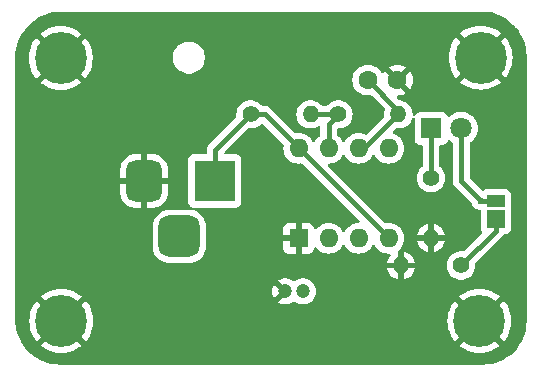
<source format=gbr>
%TF.GenerationSoftware,KiCad,Pcbnew,8.0.5*%
%TF.CreationDate,2025-01-05T00:34:36+01:00*%
%TF.ProjectId,my_Project1,6d795f50-726f-46a6-9563-74312e6b6963,rev?*%
%TF.SameCoordinates,Original*%
%TF.FileFunction,Copper,L1,Top*%
%TF.FilePolarity,Positive*%
%FSLAX46Y46*%
G04 Gerber Fmt 4.6, Leading zero omitted, Abs format (unit mm)*
G04 Created by KiCad (PCBNEW 8.0.5) date 2025-01-05 00:34:36*
%MOMM*%
%LPD*%
G01*
G04 APERTURE LIST*
G04 Aperture macros list*
%AMRoundRect*
0 Rectangle with rounded corners*
0 $1 Rounding radius*
0 $2 $3 $4 $5 $6 $7 $8 $9 X,Y pos of 4 corners*
0 Add a 4 corners polygon primitive as box body*
4,1,4,$2,$3,$4,$5,$6,$7,$8,$9,$2,$3,0*
0 Add four circle primitives for the rounded corners*
1,1,$1+$1,$2,$3*
1,1,$1+$1,$4,$5*
1,1,$1+$1,$6,$7*
1,1,$1+$1,$8,$9*
0 Add four rect primitives between the rounded corners*
20,1,$1+$1,$2,$3,$4,$5,0*
20,1,$1+$1,$4,$5,$6,$7,0*
20,1,$1+$1,$6,$7,$8,$9,0*
20,1,$1+$1,$8,$9,$2,$3,0*%
G04 Aperture macros list end*
%TA.AperFunction,SMDPad,CuDef*%
%ADD10R,1.500000X1.500000*%
%TD*%
%TA.AperFunction,SMDPad,CuDef*%
%ADD11R,1.500000X1.000000*%
%TD*%
%TA.AperFunction,ComponentPad*%
%ADD12R,1.600000X1.600000*%
%TD*%
%TA.AperFunction,ComponentPad*%
%ADD13O,1.600000X1.600000*%
%TD*%
%TA.AperFunction,ComponentPad*%
%ADD14C,1.400000*%
%TD*%
%TA.AperFunction,ComponentPad*%
%ADD15O,1.400000X1.400000*%
%TD*%
%TA.AperFunction,ComponentPad*%
%ADD16R,3.500000X3.500000*%
%TD*%
%TA.AperFunction,ComponentPad*%
%ADD17RoundRect,0.750000X-0.750000X-1.000000X0.750000X-1.000000X0.750000X1.000000X-0.750000X1.000000X0*%
%TD*%
%TA.AperFunction,ComponentPad*%
%ADD18RoundRect,0.875000X-0.875000X-0.875000X0.875000X-0.875000X0.875000X0.875000X-0.875000X0.875000X0*%
%TD*%
%TA.AperFunction,ComponentPad*%
%ADD19C,0.700000*%
%TD*%
%TA.AperFunction,ComponentPad*%
%ADD20C,4.400000*%
%TD*%
%TA.AperFunction,ComponentPad*%
%ADD21R,1.800000X1.800000*%
%TD*%
%TA.AperFunction,ComponentPad*%
%ADD22C,1.800000*%
%TD*%
%TA.AperFunction,ComponentPad*%
%ADD23C,1.200000*%
%TD*%
%TA.AperFunction,ComponentPad*%
%ADD24C,1.600000*%
%TD*%
%TA.AperFunction,ViaPad*%
%ADD25C,0.600000*%
%TD*%
%TA.AperFunction,Conductor*%
%ADD26C,0.400000*%
%TD*%
G04 APERTURE END LIST*
D10*
%TO.P,Ext-LED,1,A*%
%TO.N,Net-(JP1-A)*%
X99300000Y-81400000D03*
D11*
%TO.P,Ext-LED,2,B*%
%TO.N,OUT*%
X99300000Y-79850000D03*
%TD*%
D12*
%TO.P,U1,1,GND*%
%TO.N,GND*%
X82600000Y-83000000D03*
D13*
%TO.P,U1,2,TR*%
%TO.N,TR*%
X85140000Y-83000000D03*
%TO.P,U1,3,Q*%
%TO.N,OUT*%
X87680000Y-83000000D03*
%TO.P,U1,4,R*%
%TO.N,VDD*%
X90220000Y-83000000D03*
%TO.P,U1,5,CV*%
%TO.N,Net-(U1-CV)*%
X90220000Y-75380000D03*
%TO.P,U1,6,THR*%
%TO.N,TR*%
X87680000Y-75380000D03*
%TO.P,U1,7,DIS*%
%TO.N,Net-(U1-DIS)*%
X85140000Y-75380000D03*
%TO.P,U1,8,VCC*%
%TO.N,VDD*%
X82600000Y-75380000D03*
%TD*%
D14*
%TO.P,R4,1*%
%TO.N,Net-(JP1-A)*%
X96340000Y-85300000D03*
D15*
%TO.P,R4,2*%
%TO.N,GND*%
X91260000Y-85300000D03*
%TD*%
D14*
%TO.P,R3,1*%
%TO.N,Net-(D1-K)*%
X93800000Y-77900000D03*
D15*
%TO.P,R3,2*%
%TO.N,GND*%
X93800000Y-82980000D03*
%TD*%
D14*
%TO.P,R2,1*%
%TO.N,VDD*%
X78520000Y-72500000D03*
D15*
%TO.P,R2,2*%
%TO.N,Net-(U1-DIS)*%
X83600000Y-72500000D03*
%TD*%
D14*
%TO.P,R1,1*%
%TO.N,Net-(U1-DIS)*%
X85960000Y-72500000D03*
D15*
%TO.P,R1,2*%
%TO.N,TR*%
X91040000Y-72500000D03*
%TD*%
D16*
%TO.P,J1,1*%
%TO.N,VDD*%
X75500000Y-78142500D03*
D17*
%TO.P,J1,2*%
%TO.N,GND*%
X69500000Y-78142500D03*
D18*
%TO.P,J1,3*%
%TO.N,N/C*%
X72500000Y-82842500D03*
%TD*%
D19*
%TO.P,H4,1,1*%
%TO.N,GND*%
X96250000Y-90000000D03*
X96733274Y-88833274D03*
X96733274Y-91166726D03*
X97900000Y-88350000D03*
D20*
X97900000Y-90000000D03*
D19*
X97900000Y-91650000D03*
X99066726Y-88833274D03*
X99066726Y-91166726D03*
X99550000Y-90000000D03*
%TD*%
%TO.P,H3,1,1*%
%TO.N,GND*%
X96350000Y-67700000D03*
X96833274Y-66533274D03*
X96833274Y-68866726D03*
X98000000Y-66050000D03*
D20*
X98000000Y-67700000D03*
D19*
X98000000Y-69350000D03*
X99166726Y-66533274D03*
X99166726Y-68866726D03*
X99650000Y-67700000D03*
%TD*%
%TO.P,H2,1,1*%
%TO.N,GND*%
X60850000Y-90000000D03*
X61333274Y-88833274D03*
X61333274Y-91166726D03*
X62500000Y-88350000D03*
D20*
X62500000Y-90000000D03*
D19*
X62500000Y-91650000D03*
X63666726Y-88833274D03*
X63666726Y-91166726D03*
X64150000Y-90000000D03*
%TD*%
%TO.P,H1,1,1*%
%TO.N,GND*%
X60800000Y-67750000D03*
X61283274Y-66583274D03*
X61283274Y-68916726D03*
X62450000Y-66100000D03*
D20*
X62450000Y-67750000D03*
D19*
X62450000Y-69400000D03*
X63616726Y-66583274D03*
X63616726Y-68916726D03*
X64100000Y-67750000D03*
%TD*%
D21*
%TO.P,LED,1,K*%
%TO.N,Net-(D1-K)*%
X93825000Y-73700000D03*
D22*
%TO.P,LED,2,A*%
%TO.N,OUT*%
X96365000Y-73700000D03*
%TD*%
D23*
%TO.P,C2,1*%
%TO.N,GND*%
X81450000Y-87500000D03*
%TO.P,C2,2*%
%TO.N,Net-(U1-CV)*%
X82950000Y-87500000D03*
%TD*%
D24*
%TO.P,C1,1*%
%TO.N,TR*%
X88450000Y-69600000D03*
%TO.P,C1,2*%
%TO.N,GND*%
X90950000Y-69600000D03*
%TD*%
D25*
%TO.N,OUT*%
X98000000Y-79800000D03*
%TD*%
D26*
%TO.N,Net-(U1-DIS)*%
X83600000Y-72500000D02*
X85960000Y-72500000D01*
X85140000Y-73320000D02*
X85960000Y-72500000D01*
X85140000Y-75380000D02*
X85140000Y-73320000D01*
%TO.N,TR*%
X91040000Y-72190000D02*
X88450000Y-69600000D01*
X91040000Y-72500000D02*
X91040000Y-72190000D01*
X88160000Y-75380000D02*
X87680000Y-75380000D01*
X91040000Y-72500000D02*
X88160000Y-75380000D01*
%TO.N,Net-(D1-K)*%
X93800000Y-73725000D02*
X93825000Y-73700000D01*
X93800000Y-77900000D02*
X93800000Y-73725000D01*
%TO.N,OUT*%
X96365000Y-78165000D02*
X98000000Y-79800000D01*
X96365000Y-73700000D02*
X96365000Y-78165000D01*
%TO.N,Net-(JP1-A)*%
X99300000Y-82340000D02*
X99300000Y-81400000D01*
X96340000Y-85300000D02*
X99300000Y-82340000D01*
%TO.N,OUT*%
X99250000Y-79800000D02*
X99300000Y-79850000D01*
X98000000Y-79800000D02*
X99250000Y-79800000D01*
%TO.N,VDD*%
X90220000Y-83000000D02*
X82600000Y-75380000D01*
X79720000Y-72500000D02*
X82600000Y-75380000D01*
X78520000Y-72500000D02*
X79720000Y-72500000D01*
X75500000Y-75520000D02*
X78520000Y-72500000D01*
X75500000Y-78142500D02*
X75500000Y-75520000D01*
%TD*%
%TA.AperFunction,Conductor*%
%TO.N,GND*%
G36*
X98103032Y-63800649D02*
G01*
X98167797Y-63803830D01*
X98466338Y-63818497D01*
X98478440Y-63819689D01*
X98835230Y-63872613D01*
X98847140Y-63874982D01*
X99197046Y-63962629D01*
X99208663Y-63966154D01*
X99548275Y-64087669D01*
X99559497Y-64092317D01*
X99885582Y-64246543D01*
X99896290Y-64252267D01*
X100205659Y-64437696D01*
X100215777Y-64444456D01*
X100505488Y-64659321D01*
X100514894Y-64667041D01*
X100782146Y-64909264D01*
X100790735Y-64917853D01*
X100927609Y-65068870D01*
X101032958Y-65185105D01*
X101040678Y-65194511D01*
X101255543Y-65484222D01*
X101262303Y-65494340D01*
X101368474Y-65671476D01*
X101447725Y-65803697D01*
X101453460Y-65814425D01*
X101520816Y-65956837D01*
X101607679Y-66140495D01*
X101612334Y-66151734D01*
X101718498Y-66448443D01*
X101733840Y-66491319D01*
X101737373Y-66502964D01*
X101825014Y-66852846D01*
X101827388Y-66864782D01*
X101880309Y-67221555D01*
X101881502Y-67233664D01*
X101899351Y-67596967D01*
X101899500Y-67603052D01*
X101899500Y-89996948D01*
X101899351Y-90003033D01*
X101881984Y-90356531D01*
X101880791Y-90368640D01*
X101829308Y-90715712D01*
X101826934Y-90727648D01*
X101741680Y-91068001D01*
X101738147Y-91079646D01*
X101619945Y-91409996D01*
X101615289Y-91421237D01*
X101465270Y-91738429D01*
X101459533Y-91749162D01*
X101279156Y-92050102D01*
X101272396Y-92060220D01*
X101063377Y-92342049D01*
X101055657Y-92351455D01*
X100820033Y-92611428D01*
X100811428Y-92620033D01*
X100551455Y-92855657D01*
X100542049Y-92863377D01*
X100260220Y-93072396D01*
X100250102Y-93079156D01*
X99949162Y-93259533D01*
X99938429Y-93265270D01*
X99621237Y-93415289D01*
X99609996Y-93419945D01*
X99279646Y-93538147D01*
X99268001Y-93541680D01*
X98927648Y-93626934D01*
X98915712Y-93629308D01*
X98568640Y-93680791D01*
X98556531Y-93681984D01*
X98223016Y-93698369D01*
X98203031Y-93699351D01*
X98196949Y-93699500D01*
X62379398Y-93699500D01*
X62373314Y-93699351D01*
X62353409Y-93698373D01*
X62033552Y-93682659D01*
X62021442Y-93681466D01*
X61664551Y-93628526D01*
X61652617Y-93626152D01*
X61302630Y-93538485D01*
X61290985Y-93534953D01*
X60951280Y-93413404D01*
X60940051Y-93408753D01*
X60636680Y-93265270D01*
X60613877Y-93254485D01*
X60603154Y-93248752D01*
X60293694Y-93063269D01*
X60283576Y-93056509D01*
X59993774Y-92841576D01*
X59984368Y-92833856D01*
X59937931Y-92791768D01*
X59717031Y-92591557D01*
X59708442Y-92582968D01*
X59466143Y-92315631D01*
X59458423Y-92306225D01*
X59243490Y-92016423D01*
X59236730Y-92006305D01*
X59082604Y-91749162D01*
X59051242Y-91696838D01*
X59045518Y-91686130D01*
X58891243Y-91359942D01*
X58886599Y-91348729D01*
X58765041Y-91008999D01*
X58761514Y-90997369D01*
X58673847Y-90647382D01*
X58671473Y-90635448D01*
X58639848Y-90422253D01*
X58618532Y-90278556D01*
X58617340Y-90266446D01*
X58604251Y-90000000D01*
X59795065Y-90000000D01*
X59814786Y-90326038D01*
X59873667Y-90647341D01*
X59970835Y-90959164D01*
X59970839Y-90959175D01*
X60104897Y-91257041D01*
X60104898Y-91257043D01*
X60273881Y-91536576D01*
X60421476Y-91724968D01*
X61563708Y-90582736D01*
X61660967Y-90716602D01*
X61783398Y-90839033D01*
X61917262Y-90936290D01*
X60775030Y-92078522D01*
X60775030Y-92078523D01*
X60963423Y-92226118D01*
X61242956Y-92395101D01*
X61242958Y-92395102D01*
X61540824Y-92529160D01*
X61540835Y-92529164D01*
X61852658Y-92626332D01*
X62173961Y-92685213D01*
X62500000Y-92704934D01*
X62826038Y-92685213D01*
X63147341Y-92626332D01*
X63459164Y-92529164D01*
X63459175Y-92529160D01*
X63757041Y-92395102D01*
X63757043Y-92395101D01*
X64036586Y-92226112D01*
X64224968Y-92078523D01*
X64224968Y-92078522D01*
X63082737Y-90936290D01*
X63216602Y-90839033D01*
X63339033Y-90716602D01*
X63436290Y-90582737D01*
X64578522Y-91724968D01*
X64578523Y-91724968D01*
X64726112Y-91536586D01*
X64895101Y-91257043D01*
X64895102Y-91257041D01*
X65029160Y-90959175D01*
X65029164Y-90959164D01*
X65126332Y-90647341D01*
X65185213Y-90326038D01*
X65204934Y-90000000D01*
X95195065Y-90000000D01*
X95214786Y-90326038D01*
X95273667Y-90647341D01*
X95370835Y-90959164D01*
X95370839Y-90959175D01*
X95504897Y-91257041D01*
X95504898Y-91257043D01*
X95673881Y-91536576D01*
X95821476Y-91724968D01*
X96963708Y-90582736D01*
X97060967Y-90716602D01*
X97183398Y-90839033D01*
X97317262Y-90936290D01*
X96175030Y-92078522D01*
X96175030Y-92078523D01*
X96363423Y-92226118D01*
X96642956Y-92395101D01*
X96642958Y-92395102D01*
X96940824Y-92529160D01*
X96940835Y-92529164D01*
X97252658Y-92626332D01*
X97573961Y-92685213D01*
X97900000Y-92704934D01*
X98226038Y-92685213D01*
X98547341Y-92626332D01*
X98859164Y-92529164D01*
X98859175Y-92529160D01*
X99157041Y-92395102D01*
X99157043Y-92395101D01*
X99436586Y-92226112D01*
X99624968Y-92078523D01*
X99624968Y-92078522D01*
X98482737Y-90936290D01*
X98616602Y-90839033D01*
X98739033Y-90716602D01*
X98836290Y-90582737D01*
X99978522Y-91724968D01*
X99978523Y-91724968D01*
X100126112Y-91536586D01*
X100295101Y-91257043D01*
X100295102Y-91257041D01*
X100429160Y-90959175D01*
X100429164Y-90959164D01*
X100526332Y-90647341D01*
X100585213Y-90326038D01*
X100604934Y-90000000D01*
X100585213Y-89673961D01*
X100526332Y-89352658D01*
X100429164Y-89040835D01*
X100429160Y-89040824D01*
X100295102Y-88742958D01*
X100295101Y-88742956D01*
X100126118Y-88463423D01*
X99978522Y-88275030D01*
X98836290Y-89417262D01*
X98739033Y-89283398D01*
X98616602Y-89160967D01*
X98482736Y-89063709D01*
X99624968Y-87921476D01*
X99436576Y-87773881D01*
X99157043Y-87604898D01*
X99157041Y-87604897D01*
X98859175Y-87470839D01*
X98859164Y-87470835D01*
X98547341Y-87373667D01*
X98226038Y-87314786D01*
X97900000Y-87295065D01*
X97573961Y-87314786D01*
X97252658Y-87373667D01*
X96940835Y-87470835D01*
X96940824Y-87470839D01*
X96642958Y-87604897D01*
X96642956Y-87604898D01*
X96363422Y-87773881D01*
X96363416Y-87773886D01*
X96175030Y-87921474D01*
X96175029Y-87921476D01*
X97317262Y-89063709D01*
X97183398Y-89160967D01*
X97060967Y-89283398D01*
X96963709Y-89417262D01*
X95821476Y-88275029D01*
X95821474Y-88275030D01*
X95673886Y-88463416D01*
X95673881Y-88463422D01*
X95504898Y-88742956D01*
X95504897Y-88742958D01*
X95370839Y-89040824D01*
X95370835Y-89040835D01*
X95273667Y-89352658D01*
X95214786Y-89673961D01*
X95195065Y-90000000D01*
X65204934Y-90000000D01*
X65185213Y-89673961D01*
X65126332Y-89352658D01*
X65029164Y-89040835D01*
X65029160Y-89040824D01*
X64895102Y-88742958D01*
X64895101Y-88742956D01*
X64726118Y-88463423D01*
X64578522Y-88275030D01*
X63436290Y-89417262D01*
X63339033Y-89283398D01*
X63216602Y-89160967D01*
X63082736Y-89063709D01*
X64224968Y-87921476D01*
X64036576Y-87773881D01*
X63757043Y-87604898D01*
X63757041Y-87604897D01*
X63523966Y-87499999D01*
X80345287Y-87499999D01*
X80345287Y-87500000D01*
X80364096Y-87702989D01*
X80364097Y-87702992D01*
X80419883Y-87899063D01*
X80419886Y-87899069D01*
X80510751Y-88081551D01*
X80512533Y-88083911D01*
X81096446Y-87500000D01*
X80512533Y-86916087D01*
X80510755Y-86918442D01*
X80510754Y-86918443D01*
X80419886Y-87100930D01*
X80419883Y-87100936D01*
X80364097Y-87297007D01*
X80364096Y-87297010D01*
X80345287Y-87499999D01*
X63523966Y-87499999D01*
X63459175Y-87470839D01*
X63459164Y-87470835D01*
X63147341Y-87373667D01*
X62826038Y-87314786D01*
X62500000Y-87295065D01*
X62173961Y-87314786D01*
X61852658Y-87373667D01*
X61540835Y-87470835D01*
X61540824Y-87470839D01*
X61242958Y-87604897D01*
X61242956Y-87604898D01*
X60963422Y-87773881D01*
X60963416Y-87773886D01*
X60775030Y-87921474D01*
X60775029Y-87921476D01*
X61917262Y-89063709D01*
X61783398Y-89160967D01*
X61660967Y-89283398D01*
X61563709Y-89417262D01*
X60421476Y-88275029D01*
X60421474Y-88275030D01*
X60273886Y-88463416D01*
X60273881Y-88463422D01*
X60104898Y-88742956D01*
X60104897Y-88742958D01*
X59970839Y-89040824D01*
X59970835Y-89040835D01*
X59873667Y-89352658D01*
X59814786Y-89673961D01*
X59795065Y-90000000D01*
X58604251Y-90000000D01*
X58600649Y-89926686D01*
X58600500Y-89920602D01*
X58600500Y-86565758D01*
X80869311Y-86565758D01*
X81508698Y-87205145D01*
X81489496Y-87200000D01*
X81410504Y-87200000D01*
X81334204Y-87220444D01*
X81265795Y-87259940D01*
X81209940Y-87315795D01*
X81170444Y-87384204D01*
X81150000Y-87460504D01*
X81150000Y-87539496D01*
X81170444Y-87615796D01*
X81209940Y-87684205D01*
X81265795Y-87740060D01*
X81334204Y-87779556D01*
X81410504Y-87800000D01*
X81489496Y-87800000D01*
X81508695Y-87794855D01*
X80869311Y-88434240D01*
X80957585Y-88488897D01*
X81147678Y-88562539D01*
X81348072Y-88600000D01*
X81551928Y-88600000D01*
X81752321Y-88562539D01*
X81942415Y-88488897D01*
X82115736Y-88381580D01*
X82116074Y-88381273D01*
X82116274Y-88381175D01*
X82120312Y-88378126D01*
X82120908Y-88378915D01*
X82178872Y-88350644D01*
X82248261Y-88358830D01*
X82279231Y-88378730D01*
X82279385Y-88378527D01*
X82282068Y-88380553D01*
X82283168Y-88381260D01*
X82283959Y-88381981D01*
X82457363Y-88489348D01*
X82647544Y-88563024D01*
X82848024Y-88600500D01*
X82848026Y-88600500D01*
X83051974Y-88600500D01*
X83051976Y-88600500D01*
X83252456Y-88563024D01*
X83442637Y-88489348D01*
X83616041Y-88381981D01*
X83766764Y-88244579D01*
X83889673Y-88081821D01*
X83980582Y-87899250D01*
X84036397Y-87703083D01*
X84055215Y-87500000D01*
X84036397Y-87296917D01*
X83980582Y-87100750D01*
X83889673Y-86918179D01*
X83766764Y-86755421D01*
X83766762Y-86755418D01*
X83616041Y-86618019D01*
X83616039Y-86618017D01*
X83442642Y-86510655D01*
X83442635Y-86510651D01*
X83310902Y-86459618D01*
X83252456Y-86436976D01*
X83051976Y-86399500D01*
X82848024Y-86399500D01*
X82647544Y-86436976D01*
X82647541Y-86436976D01*
X82647541Y-86436977D01*
X82457364Y-86510651D01*
X82457357Y-86510655D01*
X82283961Y-86618017D01*
X82283950Y-86618025D01*
X82283152Y-86618753D01*
X82282686Y-86618979D01*
X82279385Y-86621473D01*
X82278896Y-86620826D01*
X82220343Y-86649360D01*
X82150957Y-86641152D01*
X82120524Y-86621592D01*
X82120312Y-86621874D01*
X82116589Y-86619063D01*
X82116095Y-86618745D01*
X82115739Y-86618421D01*
X81942415Y-86511102D01*
X81752321Y-86437460D01*
X81551928Y-86400000D01*
X81348072Y-86400000D01*
X81147678Y-86437460D01*
X80957588Y-86511100D01*
X80957581Y-86511104D01*
X80869312Y-86565757D01*
X80869311Y-86565758D01*
X58600500Y-86565758D01*
X58600500Y-85550000D01*
X90083505Y-85550000D01*
X90136239Y-85735349D01*
X90235368Y-85934425D01*
X90369391Y-86111900D01*
X90533738Y-86261721D01*
X90722820Y-86378797D01*
X90722822Y-86378798D01*
X90930195Y-86459135D01*
X91010000Y-86474052D01*
X91510000Y-86474052D01*
X91589804Y-86459135D01*
X91797177Y-86378798D01*
X91797179Y-86378797D01*
X91986261Y-86261721D01*
X92150608Y-86111900D01*
X92284631Y-85934425D01*
X92383760Y-85735349D01*
X92436495Y-85550000D01*
X91510000Y-85550000D01*
X91510000Y-86474052D01*
X91010000Y-86474052D01*
X91010000Y-85550000D01*
X90083505Y-85550000D01*
X58600500Y-85550000D01*
X58600500Y-85253922D01*
X90910000Y-85253922D01*
X90910000Y-85346078D01*
X90933852Y-85435095D01*
X90979930Y-85514905D01*
X91045095Y-85580070D01*
X91124905Y-85626148D01*
X91213922Y-85650000D01*
X91306078Y-85650000D01*
X91395095Y-85626148D01*
X91474905Y-85580070D01*
X91540070Y-85514905D01*
X91586148Y-85435095D01*
X91610000Y-85346078D01*
X91610000Y-85253922D01*
X91586148Y-85164905D01*
X91540070Y-85085095D01*
X91504975Y-85050000D01*
X91510000Y-85050000D01*
X92436495Y-85050000D01*
X92383760Y-84864650D01*
X92284631Y-84665574D01*
X92150608Y-84488099D01*
X91986261Y-84338278D01*
X91797179Y-84221202D01*
X91797177Y-84221201D01*
X91589799Y-84140864D01*
X91510000Y-84125946D01*
X91510000Y-85050000D01*
X91504975Y-85050000D01*
X91474905Y-85019930D01*
X91395095Y-84973852D01*
X91306078Y-84950000D01*
X91213922Y-84950000D01*
X91124905Y-84973852D01*
X91045095Y-85019930D01*
X90979930Y-85085095D01*
X90933852Y-85164905D01*
X90910000Y-85253922D01*
X58600500Y-85253922D01*
X58600500Y-81873886D01*
X70249500Y-81873886D01*
X70249500Y-83811113D01*
X70249501Y-83811152D01*
X70252295Y-83863743D01*
X70252295Y-83863744D01*
X70296754Y-84093621D01*
X70296755Y-84093626D01*
X70314400Y-84140382D01*
X70379425Y-84312689D01*
X70497929Y-84514631D01*
X70497934Y-84514638D01*
X70648856Y-84693641D01*
X70648858Y-84693643D01*
X70827861Y-84844565D01*
X70827868Y-84844570D01*
X71029810Y-84963074D01*
X71248874Y-85045745D01*
X71478759Y-85090205D01*
X71531378Y-85093000D01*
X71531386Y-85093000D01*
X73468614Y-85093000D01*
X73468622Y-85093000D01*
X73521241Y-85090205D01*
X73751126Y-85045745D01*
X73970190Y-84963074D01*
X74172132Y-84844570D01*
X74351142Y-84693642D01*
X74375025Y-84665316D01*
X74502065Y-84514638D01*
X74502065Y-84514637D01*
X74502070Y-84514632D01*
X74620574Y-84312690D01*
X74703245Y-84093626D01*
X74747705Y-83863741D01*
X74750500Y-83811122D01*
X74750500Y-81873878D01*
X74747705Y-81821259D01*
X74703245Y-81591374D01*
X74620574Y-81372310D01*
X74502070Y-81170368D01*
X74502065Y-81170361D01*
X74351143Y-80991358D01*
X74351141Y-80991356D01*
X74172138Y-80840434D01*
X74172131Y-80840429D01*
X73970189Y-80721925D01*
X73868089Y-80683395D01*
X73751126Y-80639255D01*
X73751121Y-80639254D01*
X73751116Y-80639252D01*
X73748470Y-80638740D01*
X73747451Y-80638213D01*
X73746050Y-80637817D01*
X73746130Y-80637531D01*
X73686392Y-80606677D01*
X73651503Y-80546141D01*
X73654881Y-80476353D01*
X73695452Y-80419470D01*
X73760337Y-80393552D01*
X73772009Y-80392999D01*
X77297872Y-80392999D01*
X77357483Y-80386591D01*
X77492331Y-80336296D01*
X77607546Y-80250046D01*
X77693796Y-80134831D01*
X77744091Y-79999983D01*
X77750500Y-79940373D01*
X77750499Y-76344628D01*
X77744091Y-76285017D01*
X77704571Y-76179059D01*
X77693797Y-76150171D01*
X77693793Y-76150164D01*
X77607547Y-76034955D01*
X77607544Y-76034952D01*
X77492335Y-75948706D01*
X77492328Y-75948702D01*
X77357482Y-75898408D01*
X77357483Y-75898408D01*
X77297883Y-75892001D01*
X77297881Y-75892000D01*
X77297873Y-75892000D01*
X77297865Y-75892000D01*
X76418019Y-75892000D01*
X76350980Y-75872315D01*
X76305225Y-75819511D01*
X76295281Y-75750353D01*
X76324306Y-75686797D01*
X76330338Y-75680319D01*
X76786158Y-75224499D01*
X78279469Y-73731186D01*
X78340790Y-73697703D01*
X78389932Y-73696981D01*
X78408757Y-73700500D01*
X78408759Y-73700500D01*
X78631241Y-73700500D01*
X78631243Y-73700500D01*
X78849940Y-73659618D01*
X79057401Y-73579247D01*
X79246562Y-73462124D01*
X79391801Y-73329721D01*
X79454605Y-73299104D01*
X79523992Y-73307301D01*
X79563020Y-73333677D01*
X81278972Y-75049629D01*
X81312457Y-75110952D01*
X81314819Y-75148117D01*
X81294532Y-75379998D01*
X81294532Y-75380001D01*
X81314364Y-75606686D01*
X81314366Y-75606697D01*
X81373258Y-75826488D01*
X81373261Y-75826497D01*
X81469431Y-76032732D01*
X81469432Y-76032734D01*
X81599954Y-76219141D01*
X81760858Y-76380045D01*
X81760861Y-76380047D01*
X81947266Y-76510568D01*
X82153504Y-76606739D01*
X82373308Y-76665635D01*
X82535230Y-76679801D01*
X82599998Y-76685468D01*
X82600000Y-76685468D01*
X82600001Y-76685468D01*
X82618304Y-76683866D01*
X82826692Y-76665635D01*
X82826697Y-76665633D01*
X82831881Y-76665180D01*
X82900381Y-76678946D01*
X82930370Y-76701027D01*
X85337014Y-79107671D01*
X87716223Y-81486879D01*
X87749708Y-81548202D01*
X87744724Y-81617894D01*
X87702852Y-81673827D01*
X87639350Y-81698088D01*
X87453312Y-81714364D01*
X87453302Y-81714366D01*
X87233511Y-81773258D01*
X87233502Y-81773261D01*
X87027267Y-81869431D01*
X87027265Y-81869432D01*
X86840858Y-81999954D01*
X86679954Y-82160858D01*
X86549432Y-82347265D01*
X86549431Y-82347267D01*
X86522382Y-82405275D01*
X86476209Y-82457714D01*
X86409016Y-82476866D01*
X86342135Y-82456650D01*
X86297618Y-82405275D01*
X86295477Y-82400683D01*
X86270568Y-82347266D01*
X86140047Y-82160861D01*
X86140045Y-82160858D01*
X85979141Y-81999954D01*
X85792734Y-81869432D01*
X85792732Y-81869431D01*
X85586497Y-81773261D01*
X85586488Y-81773258D01*
X85366697Y-81714366D01*
X85366693Y-81714365D01*
X85366692Y-81714365D01*
X85366691Y-81714364D01*
X85366686Y-81714364D01*
X85140002Y-81694532D01*
X85139998Y-81694532D01*
X84913313Y-81714364D01*
X84913302Y-81714366D01*
X84693511Y-81773258D01*
X84693502Y-81773261D01*
X84487267Y-81869431D01*
X84487265Y-81869432D01*
X84300858Y-81999954D01*
X84139951Y-82160861D01*
X84122287Y-82186088D01*
X84067710Y-82229712D01*
X83998211Y-82236904D01*
X83935857Y-82205380D01*
X83900445Y-82145150D01*
X83897425Y-82128218D01*
X83893598Y-82092627D01*
X83893596Y-82092620D01*
X83843354Y-81957913D01*
X83843350Y-81957906D01*
X83757190Y-81842812D01*
X83757187Y-81842809D01*
X83642093Y-81756649D01*
X83642086Y-81756645D01*
X83507379Y-81706403D01*
X83507372Y-81706401D01*
X83447844Y-81700000D01*
X82850000Y-81700000D01*
X82850000Y-82684314D01*
X82845606Y-82679920D01*
X82754394Y-82627259D01*
X82652661Y-82600000D01*
X82547339Y-82600000D01*
X82445606Y-82627259D01*
X82354394Y-82679920D01*
X82350000Y-82684314D01*
X82350000Y-81700000D01*
X81752155Y-81700000D01*
X81692627Y-81706401D01*
X81692620Y-81706403D01*
X81557913Y-81756645D01*
X81557906Y-81756649D01*
X81442812Y-81842809D01*
X81442809Y-81842812D01*
X81356649Y-81957906D01*
X81356645Y-81957913D01*
X81306403Y-82092620D01*
X81306401Y-82092627D01*
X81300000Y-82152155D01*
X81300000Y-82750000D01*
X82284314Y-82750000D01*
X82279920Y-82754394D01*
X82227259Y-82845606D01*
X82200000Y-82947339D01*
X82200000Y-83052661D01*
X82227259Y-83154394D01*
X82279920Y-83245606D01*
X82284314Y-83250000D01*
X81300000Y-83250000D01*
X81300000Y-83847844D01*
X81306401Y-83907372D01*
X81306403Y-83907379D01*
X81356645Y-84042086D01*
X81356649Y-84042093D01*
X81442809Y-84157187D01*
X81442812Y-84157190D01*
X81557906Y-84243350D01*
X81557913Y-84243354D01*
X81692620Y-84293596D01*
X81692627Y-84293598D01*
X81752155Y-84299999D01*
X81752172Y-84300000D01*
X82350000Y-84300000D01*
X82350000Y-83315686D01*
X82354394Y-83320080D01*
X82445606Y-83372741D01*
X82547339Y-83400000D01*
X82652661Y-83400000D01*
X82754394Y-83372741D01*
X82845606Y-83320080D01*
X82850000Y-83315686D01*
X82850000Y-84300000D01*
X83447828Y-84300000D01*
X83447844Y-84299999D01*
X83507372Y-84293598D01*
X83507379Y-84293596D01*
X83642086Y-84243354D01*
X83642093Y-84243350D01*
X83757187Y-84157190D01*
X83757190Y-84157187D01*
X83843350Y-84042093D01*
X83843354Y-84042086D01*
X83893596Y-83907380D01*
X83897424Y-83871781D01*
X83924162Y-83807230D01*
X83981555Y-83767382D01*
X84051380Y-83764888D01*
X84111469Y-83800540D01*
X84122289Y-83813912D01*
X84139956Y-83839143D01*
X84300858Y-84000045D01*
X84307435Y-84004650D01*
X84487266Y-84130568D01*
X84693504Y-84226739D01*
X84913308Y-84285635D01*
X85075230Y-84299801D01*
X85139998Y-84305468D01*
X85140000Y-84305468D01*
X85140002Y-84305468D01*
X85202511Y-84299999D01*
X85366692Y-84285635D01*
X85586496Y-84226739D01*
X85792734Y-84130568D01*
X85979139Y-84000047D01*
X86140047Y-83839139D01*
X86270568Y-83652734D01*
X86297618Y-83594724D01*
X86343790Y-83542285D01*
X86410983Y-83523133D01*
X86477865Y-83543348D01*
X86522382Y-83594725D01*
X86549429Y-83652728D01*
X86549432Y-83652734D01*
X86679954Y-83839141D01*
X86840858Y-84000045D01*
X86847435Y-84004650D01*
X87027266Y-84130568D01*
X87233504Y-84226739D01*
X87453308Y-84285635D01*
X87615230Y-84299801D01*
X87679998Y-84305468D01*
X87680000Y-84305468D01*
X87680002Y-84305468D01*
X87742511Y-84299999D01*
X87906692Y-84285635D01*
X88126496Y-84226739D01*
X88332734Y-84130568D01*
X88519139Y-84000047D01*
X88680047Y-83839139D01*
X88810568Y-83652734D01*
X88837618Y-83594724D01*
X88883790Y-83542285D01*
X88950983Y-83523133D01*
X89017865Y-83543348D01*
X89062382Y-83594725D01*
X89089429Y-83652728D01*
X89089432Y-83652734D01*
X89219954Y-83839141D01*
X89380858Y-84000045D01*
X89387435Y-84004650D01*
X89567266Y-84130568D01*
X89773504Y-84226739D01*
X89993308Y-84285635D01*
X90220000Y-84305468D01*
X90249800Y-84302860D01*
X90318298Y-84316625D01*
X90368482Y-84365239D01*
X90384417Y-84433267D01*
X90361044Y-84499111D01*
X90359562Y-84501115D01*
X90235368Y-84665574D01*
X90136239Y-84864650D01*
X90083505Y-85050000D01*
X91010000Y-85050000D01*
X91010000Y-84099005D01*
X91029685Y-84031966D01*
X91055937Y-84004650D01*
X91054994Y-84003526D01*
X91059138Y-84000048D01*
X91220045Y-83839141D01*
X91220047Y-83839139D01*
X91350568Y-83652734D01*
X91446739Y-83446496D01*
X91504749Y-83230000D01*
X92623505Y-83230000D01*
X92676239Y-83415349D01*
X92775368Y-83614425D01*
X92909391Y-83791900D01*
X93073738Y-83941721D01*
X93262820Y-84058797D01*
X93262822Y-84058798D01*
X93470195Y-84139135D01*
X93550000Y-84154052D01*
X94050000Y-84154052D01*
X94129804Y-84139135D01*
X94337177Y-84058798D01*
X94337179Y-84058797D01*
X94526261Y-83941721D01*
X94690608Y-83791900D01*
X94824631Y-83614425D01*
X94923760Y-83415349D01*
X94976495Y-83230000D01*
X94050000Y-83230000D01*
X94050000Y-84154052D01*
X93550000Y-84154052D01*
X93550000Y-83230000D01*
X92623505Y-83230000D01*
X91504749Y-83230000D01*
X91505635Y-83226692D01*
X91525468Y-83000000D01*
X91519687Y-82933922D01*
X93450000Y-82933922D01*
X93450000Y-83026078D01*
X93473852Y-83115095D01*
X93519930Y-83194905D01*
X93585095Y-83260070D01*
X93664905Y-83306148D01*
X93753922Y-83330000D01*
X93846078Y-83330000D01*
X93935095Y-83306148D01*
X94014905Y-83260070D01*
X94080070Y-83194905D01*
X94126148Y-83115095D01*
X94150000Y-83026078D01*
X94150000Y-82933922D01*
X94126148Y-82844905D01*
X94080070Y-82765095D01*
X94044975Y-82730000D01*
X94050000Y-82730000D01*
X94976495Y-82730000D01*
X94923760Y-82544650D01*
X94824631Y-82345574D01*
X94690608Y-82168099D01*
X94526261Y-82018278D01*
X94337179Y-81901202D01*
X94337177Y-81901201D01*
X94129799Y-81820864D01*
X94050000Y-81805946D01*
X94050000Y-82730000D01*
X94044975Y-82730000D01*
X94014905Y-82699930D01*
X93935095Y-82653852D01*
X93846078Y-82630000D01*
X93753922Y-82630000D01*
X93664905Y-82653852D01*
X93585095Y-82699930D01*
X93519930Y-82765095D01*
X93473852Y-82844905D01*
X93450000Y-82933922D01*
X91519687Y-82933922D01*
X91505635Y-82773308D01*
X91494031Y-82730000D01*
X92623505Y-82730000D01*
X93550000Y-82730000D01*
X93550000Y-81805946D01*
X93470200Y-81820864D01*
X93262822Y-81901201D01*
X93262820Y-81901202D01*
X93073738Y-82018278D01*
X92909391Y-82168099D01*
X92775368Y-82345574D01*
X92676239Y-82544650D01*
X92623505Y-82730000D01*
X91494031Y-82730000D01*
X91446739Y-82553504D01*
X91350568Y-82347266D01*
X91220047Y-82160861D01*
X91220045Y-82160858D01*
X91059141Y-81999954D01*
X90872734Y-81869432D01*
X90872732Y-81869431D01*
X90666497Y-81773261D01*
X90666488Y-81773258D01*
X90446697Y-81714366D01*
X90446693Y-81714365D01*
X90446692Y-81714365D01*
X90446691Y-81714364D01*
X90446686Y-81714364D01*
X90220002Y-81694532D01*
X90219998Y-81694532D01*
X89988116Y-81714819D01*
X89919616Y-81701052D01*
X89889628Y-81678972D01*
X85103776Y-76893120D01*
X85070291Y-76831797D01*
X85075275Y-76762105D01*
X85117147Y-76706172D01*
X85180648Y-76681911D01*
X85366692Y-76665635D01*
X85586496Y-76606739D01*
X85792734Y-76510568D01*
X85979139Y-76380047D01*
X86140047Y-76219139D01*
X86270568Y-76032734D01*
X86297618Y-75974724D01*
X86343790Y-75922285D01*
X86410983Y-75903133D01*
X86477865Y-75923348D01*
X86522382Y-75974725D01*
X86549429Y-76032728D01*
X86549432Y-76032734D01*
X86679954Y-76219141D01*
X86840858Y-76380045D01*
X86840861Y-76380047D01*
X87027266Y-76510568D01*
X87233504Y-76606739D01*
X87453308Y-76665635D01*
X87615230Y-76679801D01*
X87679998Y-76685468D01*
X87680000Y-76685468D01*
X87680002Y-76685468D01*
X87736673Y-76680509D01*
X87906692Y-76665635D01*
X88126496Y-76606739D01*
X88332734Y-76510568D01*
X88519139Y-76380047D01*
X88680047Y-76219139D01*
X88810568Y-76032734D01*
X88837618Y-75974724D01*
X88883790Y-75922285D01*
X88950983Y-75903133D01*
X89017865Y-75923348D01*
X89062382Y-75974725D01*
X89089429Y-76032728D01*
X89089432Y-76032734D01*
X89219954Y-76219141D01*
X89380858Y-76380045D01*
X89380861Y-76380047D01*
X89567266Y-76510568D01*
X89773504Y-76606739D01*
X89993308Y-76665635D01*
X90155230Y-76679801D01*
X90219998Y-76685468D01*
X90220000Y-76685468D01*
X90220002Y-76685468D01*
X90276673Y-76680509D01*
X90446692Y-76665635D01*
X90666496Y-76606739D01*
X90872734Y-76510568D01*
X91059139Y-76380047D01*
X91220047Y-76219139D01*
X91350568Y-76032734D01*
X91446739Y-75826496D01*
X91505635Y-75606692D01*
X91525468Y-75380000D01*
X91505635Y-75153308D01*
X91453181Y-74957546D01*
X91446741Y-74933511D01*
X91446738Y-74933502D01*
X91421460Y-74879294D01*
X91350568Y-74727266D01*
X91220047Y-74540861D01*
X91220045Y-74540858D01*
X91059141Y-74379954D01*
X90872734Y-74249432D01*
X90872732Y-74249431D01*
X90666497Y-74153261D01*
X90666491Y-74153259D01*
X90645944Y-74147754D01*
X90586284Y-74111389D01*
X90555755Y-74048542D01*
X90564050Y-73979166D01*
X90590354Y-73940301D01*
X90799469Y-73731186D01*
X90860790Y-73697703D01*
X90909932Y-73696981D01*
X90928757Y-73700500D01*
X90928759Y-73700500D01*
X91151241Y-73700500D01*
X91151243Y-73700500D01*
X91369940Y-73659618D01*
X91577401Y-73579247D01*
X91766562Y-73462124D01*
X91930981Y-73312236D01*
X92065058Y-73134689D01*
X92164229Y-72935528D01*
X92181234Y-72875760D01*
X92218513Y-72816668D01*
X92281823Y-72787110D01*
X92351062Y-72796472D01*
X92404249Y-72841782D01*
X92424496Y-72908653D01*
X92424500Y-72909695D01*
X92424500Y-74647870D01*
X92424501Y-74647876D01*
X92430908Y-74707483D01*
X92481202Y-74842328D01*
X92481206Y-74842335D01*
X92567452Y-74957544D01*
X92567455Y-74957547D01*
X92682664Y-75043793D01*
X92682671Y-75043797D01*
X92698308Y-75049629D01*
X92817517Y-75094091D01*
X92877127Y-75100500D01*
X92975500Y-75100499D01*
X93042538Y-75120183D01*
X93088294Y-75172986D01*
X93099500Y-75224499D01*
X93099500Y-76859365D01*
X93079815Y-76926404D01*
X93059039Y-76951002D01*
X92909018Y-77087764D01*
X92774943Y-77265308D01*
X92774938Y-77265316D01*
X92675775Y-77464461D01*
X92675769Y-77464476D01*
X92614885Y-77678462D01*
X92614884Y-77678464D01*
X92594357Y-77899999D01*
X92594357Y-77900000D01*
X92614884Y-78121535D01*
X92614885Y-78121537D01*
X92675769Y-78335523D01*
X92675775Y-78335538D01*
X92774938Y-78534683D01*
X92774943Y-78534691D01*
X92909020Y-78712238D01*
X93059590Y-78849500D01*
X93066620Y-78855909D01*
X93073437Y-78862123D01*
X93073439Y-78862125D01*
X93262595Y-78979245D01*
X93262596Y-78979245D01*
X93262599Y-78979247D01*
X93470060Y-79059618D01*
X93688757Y-79100500D01*
X93688759Y-79100500D01*
X93911241Y-79100500D01*
X93911243Y-79100500D01*
X94129940Y-79059618D01*
X94337401Y-78979247D01*
X94526562Y-78862124D01*
X94690981Y-78712236D01*
X94825058Y-78534689D01*
X94924229Y-78335528D01*
X94985115Y-78121536D01*
X95005643Y-77900000D01*
X94985115Y-77678464D01*
X94924229Y-77464472D01*
X94924224Y-77464461D01*
X94825061Y-77265316D01*
X94825056Y-77265308D01*
X94690981Y-77087764D01*
X94540961Y-76951002D01*
X94504680Y-76891290D01*
X94500500Y-76859365D01*
X94500500Y-75224499D01*
X94520185Y-75157460D01*
X94572989Y-75111705D01*
X94624500Y-75100499D01*
X94772871Y-75100499D01*
X94772872Y-75100499D01*
X94832483Y-75094091D01*
X94967331Y-75043796D01*
X95082546Y-74957546D01*
X95168796Y-74842331D01*
X95170915Y-74836650D01*
X95197455Y-74765493D01*
X95239326Y-74709559D01*
X95304790Y-74685141D01*
X95373063Y-74699992D01*
X95404866Y-74724843D01*
X95407097Y-74727266D01*
X95413215Y-74733912D01*
X95413222Y-74733918D01*
X95596364Y-74876463D01*
X95596367Y-74876465D01*
X95596374Y-74876470D01*
X95599512Y-74878168D01*
X95600549Y-74879197D01*
X95600662Y-74879271D01*
X95600646Y-74879294D01*
X95649104Y-74927383D01*
X95664500Y-74987225D01*
X95664500Y-78096006D01*
X95664500Y-78233994D01*
X95664500Y-78233996D01*
X95664499Y-78233996D01*
X95691418Y-78369322D01*
X95691421Y-78369332D01*
X95744222Y-78496807D01*
X95820887Y-78611545D01*
X95820888Y-78611546D01*
X97208630Y-79999287D01*
X97237990Y-80046013D01*
X97274209Y-80149519D01*
X97274211Y-80149522D01*
X97370184Y-80302262D01*
X97497738Y-80429816D01*
X97650478Y-80525789D01*
X97698270Y-80542512D01*
X97820745Y-80585368D01*
X97820749Y-80585369D01*
X97911607Y-80595605D01*
X97939383Y-80598735D01*
X98003797Y-80625801D01*
X98043352Y-80683395D01*
X98049500Y-80721955D01*
X98049500Y-82197870D01*
X98049501Y-82197876D01*
X98055908Y-82257483D01*
X98106202Y-82392329D01*
X98106206Y-82392334D01*
X98106379Y-82392566D01*
X98106479Y-82392836D01*
X98110453Y-82400112D01*
X98109406Y-82400683D01*
X98130793Y-82458032D01*
X98115937Y-82526304D01*
X98094789Y-82554552D01*
X96580531Y-84068810D01*
X96519208Y-84102295D01*
X96470070Y-84103019D01*
X96462968Y-84101691D01*
X96451243Y-84099500D01*
X96228757Y-84099500D01*
X96010060Y-84140382D01*
X95966674Y-84157190D01*
X95802601Y-84220752D01*
X95802595Y-84220754D01*
X95613439Y-84337874D01*
X95613437Y-84337876D01*
X95449020Y-84487761D01*
X95314943Y-84665308D01*
X95314938Y-84665316D01*
X95215775Y-84864461D01*
X95215769Y-84864476D01*
X95154885Y-85078462D01*
X95154884Y-85078464D01*
X95134357Y-85299999D01*
X95134357Y-85300000D01*
X95154884Y-85521535D01*
X95154885Y-85521537D01*
X95215769Y-85735523D01*
X95215775Y-85735538D01*
X95314938Y-85934683D01*
X95314943Y-85934691D01*
X95449020Y-86112238D01*
X95613437Y-86262123D01*
X95613439Y-86262125D01*
X95802595Y-86379245D01*
X95802596Y-86379245D01*
X95802599Y-86379247D01*
X96010060Y-86459618D01*
X96228757Y-86500500D01*
X96228759Y-86500500D01*
X96451241Y-86500500D01*
X96451243Y-86500500D01*
X96669940Y-86459618D01*
X96877401Y-86379247D01*
X97066562Y-86262124D01*
X97230981Y-86112236D01*
X97365058Y-85934689D01*
X97464229Y-85735528D01*
X97525115Y-85521536D01*
X97545643Y-85300000D01*
X97532781Y-85161203D01*
X97546196Y-85092637D01*
X97568568Y-85062087D01*
X99844114Y-82786543D01*
X99881895Y-82730000D01*
X99898193Y-82705609D01*
X99951805Y-82660803D01*
X100001295Y-82650499D01*
X100097871Y-82650499D01*
X100097872Y-82650499D01*
X100157483Y-82644091D01*
X100292331Y-82593796D01*
X100407546Y-82507546D01*
X100493796Y-82392331D01*
X100544091Y-82257483D01*
X100550500Y-82197873D01*
X100550499Y-80602128D01*
X100544091Y-80542517D01*
X100544090Y-80542515D01*
X100544090Y-80542512D01*
X100542308Y-80534969D01*
X100543773Y-80534622D01*
X100539409Y-80473651D01*
X100543819Y-80458633D01*
X100544089Y-80457488D01*
X100544091Y-80457483D01*
X100550500Y-80397873D01*
X100550499Y-79302128D01*
X100544091Y-79242517D01*
X100530726Y-79206684D01*
X100493797Y-79107671D01*
X100493793Y-79107664D01*
X100407547Y-78992455D01*
X100407544Y-78992452D01*
X100292335Y-78906206D01*
X100292328Y-78906202D01*
X100157482Y-78855908D01*
X100157483Y-78855908D01*
X100097883Y-78849501D01*
X100097881Y-78849500D01*
X100097873Y-78849500D01*
X100097864Y-78849500D01*
X98502129Y-78849500D01*
X98502123Y-78849501D01*
X98442516Y-78855908D01*
X98307671Y-78906202D01*
X98307666Y-78906205D01*
X98273122Y-78932064D01*
X98207658Y-78956479D01*
X98139385Y-78941626D01*
X98111133Y-78920476D01*
X97101819Y-77911162D01*
X97068334Y-77849839D01*
X97065500Y-77823481D01*
X97065500Y-74987225D01*
X97085185Y-74920186D01*
X97130487Y-74878168D01*
X97133626Y-74876470D01*
X97316784Y-74733913D01*
X97473979Y-74563153D01*
X97600924Y-74368849D01*
X97694157Y-74156300D01*
X97751134Y-73931305D01*
X97767716Y-73731188D01*
X97770300Y-73700006D01*
X97770300Y-73699993D01*
X97751135Y-73468702D01*
X97751133Y-73468691D01*
X97694157Y-73243699D01*
X97600924Y-73031151D01*
X97473983Y-72836852D01*
X97473980Y-72836849D01*
X97473979Y-72836847D01*
X97316784Y-72666087D01*
X97316779Y-72666083D01*
X97316777Y-72666081D01*
X97133634Y-72523535D01*
X97133628Y-72523531D01*
X96929504Y-72413064D01*
X96929495Y-72413061D01*
X96709984Y-72337702D01*
X96519450Y-72305908D01*
X96481049Y-72299500D01*
X96248951Y-72299500D01*
X96210550Y-72305908D01*
X96020015Y-72337702D01*
X95800504Y-72413061D01*
X95800495Y-72413064D01*
X95596371Y-72523531D01*
X95596365Y-72523535D01*
X95413222Y-72666081D01*
X95413218Y-72666085D01*
X95404866Y-72675158D01*
X95344979Y-72711148D01*
X95275141Y-72709047D01*
X95217525Y-72669522D01*
X95197455Y-72634507D01*
X95168797Y-72557671D01*
X95168793Y-72557664D01*
X95082547Y-72442455D01*
X95082544Y-72442452D01*
X94967335Y-72356206D01*
X94967328Y-72356202D01*
X94832482Y-72305908D01*
X94832483Y-72305908D01*
X94772883Y-72299501D01*
X94772881Y-72299500D01*
X94772873Y-72299500D01*
X94772864Y-72299500D01*
X92877129Y-72299500D01*
X92877123Y-72299501D01*
X92817516Y-72305908D01*
X92682671Y-72356202D01*
X92682664Y-72356206D01*
X92567455Y-72442452D01*
X92567452Y-72442455D01*
X92481204Y-72557667D01*
X92478473Y-72562669D01*
X92429066Y-72612072D01*
X92360793Y-72626922D01*
X92295329Y-72602502D01*
X92253460Y-72546567D01*
X92245643Y-72503238D01*
X92245643Y-72499999D01*
X92225115Y-72278464D01*
X92225114Y-72278462D01*
X92182388Y-72128296D01*
X92164229Y-72064472D01*
X92135453Y-72006682D01*
X92065061Y-71865316D01*
X92065056Y-71865308D01*
X91930979Y-71687761D01*
X91766562Y-71537876D01*
X91766560Y-71537874D01*
X91577404Y-71420754D01*
X91577398Y-71420752D01*
X91369940Y-71340382D01*
X91175351Y-71304006D01*
X91113071Y-71272338D01*
X91110456Y-71269799D01*
X90950098Y-71109441D01*
X90916613Y-71048118D01*
X90921597Y-70978426D01*
X90963469Y-70922493D01*
X91026972Y-70898232D01*
X91176599Y-70885141D01*
X91176610Y-70885139D01*
X91396317Y-70826269D01*
X91396331Y-70826264D01*
X91602478Y-70730136D01*
X91675471Y-70679024D01*
X90996447Y-70000000D01*
X91002661Y-70000000D01*
X91104394Y-69972741D01*
X91195606Y-69920080D01*
X91270080Y-69845606D01*
X91322741Y-69754394D01*
X91350000Y-69652661D01*
X91350000Y-69646447D01*
X92029024Y-70325471D01*
X92080136Y-70252478D01*
X92176264Y-70046331D01*
X92176269Y-70046317D01*
X92235139Y-69826610D01*
X92235141Y-69826599D01*
X92254966Y-69600002D01*
X92254966Y-69599997D01*
X92235141Y-69373400D01*
X92235139Y-69373389D01*
X92176269Y-69153682D01*
X92176264Y-69153668D01*
X92080136Y-68947521D01*
X92080132Y-68947513D01*
X92029025Y-68874526D01*
X91350000Y-69553551D01*
X91350000Y-69547339D01*
X91322741Y-69445606D01*
X91270080Y-69354394D01*
X91195606Y-69279920D01*
X91104394Y-69227259D01*
X91002661Y-69200000D01*
X90996448Y-69200000D01*
X91675472Y-68520974D01*
X91602478Y-68469863D01*
X91396331Y-68373735D01*
X91396317Y-68373730D01*
X91176610Y-68314860D01*
X91176599Y-68314858D01*
X90950002Y-68295034D01*
X90949998Y-68295034D01*
X90723400Y-68314858D01*
X90723389Y-68314860D01*
X90503682Y-68373730D01*
X90503673Y-68373734D01*
X90297516Y-68469866D01*
X90297512Y-68469868D01*
X90224526Y-68520973D01*
X90224526Y-68520974D01*
X90903553Y-69200000D01*
X90897339Y-69200000D01*
X90795606Y-69227259D01*
X90704394Y-69279920D01*
X90629920Y-69354394D01*
X90577259Y-69445606D01*
X90550000Y-69547339D01*
X90550000Y-69553552D01*
X89870974Y-68874526D01*
X89870973Y-68874526D01*
X89819868Y-68947512D01*
X89819867Y-68947514D01*
X89812656Y-68962979D01*
X89766482Y-69015417D01*
X89699288Y-69034567D01*
X89632407Y-69014350D01*
X89587893Y-68962976D01*
X89580568Y-68947266D01*
X89450047Y-68760861D01*
X89450045Y-68760858D01*
X89289141Y-68599954D01*
X89102734Y-68469432D01*
X89102732Y-68469431D01*
X88896497Y-68373261D01*
X88896488Y-68373258D01*
X88676697Y-68314366D01*
X88676693Y-68314365D01*
X88676692Y-68314365D01*
X88676691Y-68314364D01*
X88676686Y-68314364D01*
X88450002Y-68294532D01*
X88449998Y-68294532D01*
X88223313Y-68314364D01*
X88223302Y-68314366D01*
X88003511Y-68373258D01*
X88003502Y-68373261D01*
X87797267Y-68469431D01*
X87797265Y-68469432D01*
X87610858Y-68599954D01*
X87449954Y-68760858D01*
X87319432Y-68947265D01*
X87319431Y-68947267D01*
X87223261Y-69153502D01*
X87223258Y-69153511D01*
X87164366Y-69373302D01*
X87164364Y-69373313D01*
X87144532Y-69599998D01*
X87144532Y-69600001D01*
X87164364Y-69826686D01*
X87164366Y-69826697D01*
X87223258Y-70046488D01*
X87223261Y-70046497D01*
X87319431Y-70252732D01*
X87319432Y-70252734D01*
X87449954Y-70439141D01*
X87610858Y-70600045D01*
X87610861Y-70600047D01*
X87797266Y-70730568D01*
X88003504Y-70826739D01*
X88223308Y-70885635D01*
X88385230Y-70899801D01*
X88449998Y-70905468D01*
X88450000Y-70905468D01*
X88450001Y-70905468D01*
X88468304Y-70903866D01*
X88676692Y-70885635D01*
X88676697Y-70885633D01*
X88681881Y-70885180D01*
X88750381Y-70898946D01*
X88780370Y-70921027D01*
X89866025Y-72006682D01*
X89899510Y-72068005D01*
X89897611Y-72128296D01*
X89854884Y-72278466D01*
X89834357Y-72499999D01*
X89834357Y-72500001D01*
X89847217Y-72638793D01*
X89833802Y-72707362D01*
X89811427Y-72737914D01*
X88371744Y-74177597D01*
X88310421Y-74211082D01*
X88240729Y-74206098D01*
X88231659Y-74202299D01*
X88178685Y-74177597D01*
X88126496Y-74153261D01*
X88126493Y-74153260D01*
X88126488Y-74153258D01*
X87906697Y-74094366D01*
X87906693Y-74094365D01*
X87906692Y-74094365D01*
X87906691Y-74094364D01*
X87906686Y-74094364D01*
X87680002Y-74074532D01*
X87679998Y-74074532D01*
X87453313Y-74094364D01*
X87453302Y-74094366D01*
X87233511Y-74153258D01*
X87233502Y-74153261D01*
X87027267Y-74249431D01*
X87027265Y-74249432D01*
X86840858Y-74379954D01*
X86679954Y-74540858D01*
X86549432Y-74727265D01*
X86549431Y-74727267D01*
X86522382Y-74785275D01*
X86476209Y-74837714D01*
X86409016Y-74856866D01*
X86342135Y-74836650D01*
X86297618Y-74785275D01*
X86270568Y-74727266D01*
X86140047Y-74540861D01*
X85979139Y-74379953D01*
X85893376Y-74319901D01*
X85849751Y-74265324D01*
X85840500Y-74218326D01*
X85840500Y-73824500D01*
X85860185Y-73757461D01*
X85912989Y-73711706D01*
X85964500Y-73700500D01*
X86071241Y-73700500D01*
X86071243Y-73700500D01*
X86289940Y-73659618D01*
X86497401Y-73579247D01*
X86686562Y-73462124D01*
X86850981Y-73312236D01*
X86985058Y-73134689D01*
X87084229Y-72935528D01*
X87145115Y-72721536D01*
X87165643Y-72500000D01*
X87160310Y-72442452D01*
X87145115Y-72278464D01*
X87145114Y-72278462D01*
X87102388Y-72128296D01*
X87084229Y-72064472D01*
X87055453Y-72006682D01*
X86985061Y-71865316D01*
X86985056Y-71865308D01*
X86850979Y-71687761D01*
X86686562Y-71537876D01*
X86686560Y-71537874D01*
X86497404Y-71420754D01*
X86497398Y-71420752D01*
X86289940Y-71340382D01*
X86071243Y-71299500D01*
X85848757Y-71299500D01*
X85630060Y-71340382D01*
X85498864Y-71391207D01*
X85422601Y-71420752D01*
X85422595Y-71420754D01*
X85233439Y-71537874D01*
X85233437Y-71537876D01*
X85069020Y-71687761D01*
X85021849Y-71750227D01*
X84965740Y-71791863D01*
X84922895Y-71799500D01*
X84637105Y-71799500D01*
X84570066Y-71779815D01*
X84538151Y-71750227D01*
X84490979Y-71687761D01*
X84326562Y-71537876D01*
X84326560Y-71537874D01*
X84137404Y-71420754D01*
X84137398Y-71420752D01*
X83929940Y-71340382D01*
X83711243Y-71299500D01*
X83488757Y-71299500D01*
X83270060Y-71340382D01*
X83138864Y-71391207D01*
X83062601Y-71420752D01*
X83062595Y-71420754D01*
X82873439Y-71537874D01*
X82873437Y-71537876D01*
X82709020Y-71687761D01*
X82574943Y-71865308D01*
X82574938Y-71865316D01*
X82475775Y-72064461D01*
X82475769Y-72064476D01*
X82414885Y-72278462D01*
X82414884Y-72278464D01*
X82394357Y-72499999D01*
X82394357Y-72500000D01*
X82414884Y-72721535D01*
X82414885Y-72721537D01*
X82475769Y-72935523D01*
X82475775Y-72935538D01*
X82574938Y-73134683D01*
X82574943Y-73134691D01*
X82709020Y-73312238D01*
X82873437Y-73462123D01*
X82873439Y-73462125D01*
X83062595Y-73579245D01*
X83062596Y-73579245D01*
X83062599Y-73579247D01*
X83270060Y-73659618D01*
X83488757Y-73700500D01*
X83488759Y-73700500D01*
X83711241Y-73700500D01*
X83711243Y-73700500D01*
X83929940Y-73659618D01*
X84137401Y-73579247D01*
X84250223Y-73509391D01*
X84317583Y-73490836D01*
X84384283Y-73511644D01*
X84429144Y-73565209D01*
X84439500Y-73614818D01*
X84439500Y-74218326D01*
X84419815Y-74285365D01*
X84386624Y-74319901D01*
X84300863Y-74379951D01*
X84139951Y-74540862D01*
X84009432Y-74727265D01*
X84009431Y-74727267D01*
X83982382Y-74785275D01*
X83936209Y-74837714D01*
X83869016Y-74856866D01*
X83802135Y-74836650D01*
X83757618Y-74785275D01*
X83730568Y-74727266D01*
X83600047Y-74540861D01*
X83600045Y-74540858D01*
X83439141Y-74379954D01*
X83252734Y-74249432D01*
X83252732Y-74249431D01*
X83046497Y-74153261D01*
X83046488Y-74153258D01*
X82826697Y-74094366D01*
X82826693Y-74094365D01*
X82826692Y-74094365D01*
X82826691Y-74094364D01*
X82826686Y-74094364D01*
X82600002Y-74074532D01*
X82599998Y-74074532D01*
X82368117Y-74094819D01*
X82299617Y-74081052D01*
X82269629Y-74058972D01*
X80166546Y-71955888D01*
X80166545Y-71955887D01*
X80051807Y-71879222D01*
X79924332Y-71826421D01*
X79924322Y-71826418D01*
X79788996Y-71799500D01*
X79788994Y-71799500D01*
X79788993Y-71799500D01*
X79557105Y-71799500D01*
X79490066Y-71779815D01*
X79458151Y-71750227D01*
X79410979Y-71687761D01*
X79246562Y-71537876D01*
X79246560Y-71537874D01*
X79057404Y-71420754D01*
X79057398Y-71420752D01*
X78849940Y-71340382D01*
X78631243Y-71299500D01*
X78408757Y-71299500D01*
X78190060Y-71340382D01*
X78058864Y-71391207D01*
X77982601Y-71420752D01*
X77982595Y-71420754D01*
X77793439Y-71537874D01*
X77793437Y-71537876D01*
X77629020Y-71687761D01*
X77494943Y-71865308D01*
X77494938Y-71865316D01*
X77395775Y-72064461D01*
X77395769Y-72064476D01*
X77334885Y-72278462D01*
X77334884Y-72278464D01*
X77314357Y-72499999D01*
X77314357Y-72500001D01*
X77327217Y-72638793D01*
X77313802Y-72707362D01*
X77291427Y-72737914D01*
X74955887Y-75073454D01*
X74879222Y-75188192D01*
X74826421Y-75315667D01*
X74826418Y-75315679D01*
X74799905Y-75448970D01*
X74799900Y-75448998D01*
X74799500Y-75451006D01*
X74799500Y-75768000D01*
X74779815Y-75835039D01*
X74727011Y-75880794D01*
X74675500Y-75892000D01*
X73702129Y-75892000D01*
X73702123Y-75892001D01*
X73642516Y-75898408D01*
X73507671Y-75948702D01*
X73507664Y-75948706D01*
X73392455Y-76034952D01*
X73392452Y-76034955D01*
X73306206Y-76150164D01*
X73306202Y-76150171D01*
X73255908Y-76285017D01*
X73249501Y-76344616D01*
X73249501Y-76344623D01*
X73249500Y-76344635D01*
X73249500Y-79940370D01*
X73249501Y-79940376D01*
X73255908Y-79999983D01*
X73306202Y-80134828D01*
X73306206Y-80134835D01*
X73392452Y-80250044D01*
X73392455Y-80250047D01*
X73507664Y-80336293D01*
X73507673Y-80336298D01*
X73554937Y-80353926D01*
X73610871Y-80395796D01*
X73635289Y-80461260D01*
X73620438Y-80529533D01*
X73571033Y-80578939D01*
X73505028Y-80593933D01*
X73468657Y-80592001D01*
X73468628Y-80592000D01*
X73468622Y-80592000D01*
X71531378Y-80592000D01*
X71531370Y-80592000D01*
X71531347Y-80592001D01*
X71478756Y-80594795D01*
X71478755Y-80594795D01*
X71248878Y-80639254D01*
X71248876Y-80639254D01*
X71248874Y-80639255D01*
X71174933Y-80667159D01*
X71029810Y-80721925D01*
X70827868Y-80840429D01*
X70827861Y-80840434D01*
X70648858Y-80991356D01*
X70648856Y-80991358D01*
X70497934Y-81170361D01*
X70497929Y-81170368D01*
X70379425Y-81372310D01*
X70324659Y-81517433D01*
X70296755Y-81591374D01*
X70296754Y-81591376D01*
X70296754Y-81591378D01*
X70252295Y-81821255D01*
X70252295Y-81821256D01*
X70249501Y-81873847D01*
X70249500Y-81873886D01*
X58600500Y-81873886D01*
X58600500Y-77078303D01*
X67500000Y-77078303D01*
X67500000Y-77892500D01*
X69000000Y-77892500D01*
X69000000Y-78392500D01*
X67500001Y-78392500D01*
X67500001Y-79206697D01*
X67510400Y-79338832D01*
X67565377Y-79557019D01*
X67658428Y-79761874D01*
X67658431Y-79761880D01*
X67786559Y-79946823D01*
X67786569Y-79946835D01*
X67945664Y-80105930D01*
X67945676Y-80105940D01*
X68130619Y-80234068D01*
X68130625Y-80234071D01*
X68335480Y-80327122D01*
X68553667Y-80382099D01*
X68685810Y-80392499D01*
X69249999Y-80392499D01*
X69250000Y-80392498D01*
X69250000Y-79575512D01*
X69307007Y-79608425D01*
X69434174Y-79642500D01*
X69565826Y-79642500D01*
X69692993Y-79608425D01*
X69750000Y-79575512D01*
X69750000Y-80392499D01*
X70314182Y-80392499D01*
X70314197Y-80392498D01*
X70446332Y-80382099D01*
X70664519Y-80327122D01*
X70869374Y-80234071D01*
X70869380Y-80234068D01*
X71054323Y-80105940D01*
X71054335Y-80105930D01*
X71213430Y-79946835D01*
X71213440Y-79946823D01*
X71341568Y-79761880D01*
X71341571Y-79761874D01*
X71434622Y-79557019D01*
X71489599Y-79338832D01*
X71499999Y-79206696D01*
X71500000Y-79206684D01*
X71500000Y-78392500D01*
X70000000Y-78392500D01*
X70000000Y-77892500D01*
X71499999Y-77892500D01*
X71499999Y-77078317D01*
X71499998Y-77078302D01*
X71489599Y-76946167D01*
X71434622Y-76727980D01*
X71341571Y-76523125D01*
X71341568Y-76523119D01*
X71213440Y-76338176D01*
X71213430Y-76338164D01*
X71054335Y-76179069D01*
X71054323Y-76179059D01*
X70869380Y-76050931D01*
X70869374Y-76050928D01*
X70664519Y-75957877D01*
X70446332Y-75902900D01*
X70314196Y-75892500D01*
X69750000Y-75892500D01*
X69750000Y-76709488D01*
X69692993Y-76676575D01*
X69565826Y-76642500D01*
X69434174Y-76642500D01*
X69307007Y-76676575D01*
X69250000Y-76709488D01*
X69250000Y-75892500D01*
X68685817Y-75892500D01*
X68685802Y-75892501D01*
X68553667Y-75902900D01*
X68335480Y-75957877D01*
X68130625Y-76050928D01*
X68130619Y-76050931D01*
X67945676Y-76179059D01*
X67945664Y-76179069D01*
X67786569Y-76338164D01*
X67786559Y-76338176D01*
X67658431Y-76523119D01*
X67658428Y-76523125D01*
X67565377Y-76727980D01*
X67510400Y-76946167D01*
X67500000Y-77078303D01*
X58600500Y-77078303D01*
X58600500Y-67750000D01*
X59745065Y-67750000D01*
X59764786Y-68076038D01*
X59823667Y-68397341D01*
X59920835Y-68709164D01*
X59920839Y-68709175D01*
X60054897Y-69007041D01*
X60054898Y-69007043D01*
X60223881Y-69286576D01*
X60371476Y-69474968D01*
X61513708Y-68332736D01*
X61610967Y-68466602D01*
X61733398Y-68589033D01*
X61867262Y-68686290D01*
X60725030Y-69828522D01*
X60725030Y-69828523D01*
X60913423Y-69976118D01*
X61192956Y-70145101D01*
X61192958Y-70145102D01*
X61490824Y-70279160D01*
X61490835Y-70279164D01*
X61802658Y-70376332D01*
X62123961Y-70435213D01*
X62450000Y-70454934D01*
X62776038Y-70435213D01*
X63097341Y-70376332D01*
X63409164Y-70279164D01*
X63409175Y-70279160D01*
X63707041Y-70145102D01*
X63707043Y-70145101D01*
X63986586Y-69976112D01*
X64174968Y-69828523D01*
X64174968Y-69828522D01*
X63032737Y-68686290D01*
X63166602Y-68589033D01*
X63289033Y-68466602D01*
X63386290Y-68332737D01*
X64528522Y-69474968D01*
X64528523Y-69474968D01*
X64676112Y-69286586D01*
X64845101Y-69007043D01*
X64845102Y-69007041D01*
X64979160Y-68709175D01*
X64979164Y-68709164D01*
X65076332Y-68397341D01*
X65135213Y-68076038D01*
X65154934Y-67750000D01*
X65145481Y-67593713D01*
X71949500Y-67593713D01*
X71949500Y-67806286D01*
X71982753Y-68016239D01*
X72048444Y-68218414D01*
X72144951Y-68407820D01*
X72269890Y-68579786D01*
X72420213Y-68730109D01*
X72592179Y-68855048D01*
X72592181Y-68855049D01*
X72592184Y-68855051D01*
X72781588Y-68951557D01*
X72983757Y-69017246D01*
X73193713Y-69050500D01*
X73193714Y-69050500D01*
X73406286Y-69050500D01*
X73406287Y-69050500D01*
X73616243Y-69017246D01*
X73818412Y-68951557D01*
X74007816Y-68855051D01*
X74125692Y-68769410D01*
X74179786Y-68730109D01*
X74179788Y-68730106D01*
X74179792Y-68730104D01*
X74330104Y-68579792D01*
X74330106Y-68579788D01*
X74330109Y-68579786D01*
X74455048Y-68407820D01*
X74455047Y-68407820D01*
X74455051Y-68407816D01*
X74551557Y-68218412D01*
X74617246Y-68016243D01*
X74650500Y-67806287D01*
X74650500Y-67700000D01*
X95295065Y-67700000D01*
X95314786Y-68026038D01*
X95373667Y-68347341D01*
X95470835Y-68659164D01*
X95470839Y-68659175D01*
X95604897Y-68957041D01*
X95604898Y-68957043D01*
X95773881Y-69236576D01*
X95921476Y-69424968D01*
X97063708Y-68282736D01*
X97160967Y-68416602D01*
X97283398Y-68539033D01*
X97417262Y-68636290D01*
X96275030Y-69778522D01*
X96275030Y-69778523D01*
X96463423Y-69926118D01*
X96742956Y-70095101D01*
X96742958Y-70095102D01*
X97040824Y-70229160D01*
X97040835Y-70229164D01*
X97352658Y-70326332D01*
X97673961Y-70385213D01*
X98000000Y-70404934D01*
X98326038Y-70385213D01*
X98647341Y-70326332D01*
X98959164Y-70229164D01*
X98959175Y-70229160D01*
X99257041Y-70095102D01*
X99257043Y-70095101D01*
X99536586Y-69926112D01*
X99724968Y-69778523D01*
X99724968Y-69778522D01*
X98582737Y-68636290D01*
X98716602Y-68539033D01*
X98839033Y-68416602D01*
X98936290Y-68282737D01*
X100078522Y-69424968D01*
X100078523Y-69424968D01*
X100226112Y-69236586D01*
X100395101Y-68957043D01*
X100395102Y-68957041D01*
X100529160Y-68659175D01*
X100529164Y-68659164D01*
X100626332Y-68347341D01*
X100685213Y-68026038D01*
X100704934Y-67700000D01*
X100685213Y-67373961D01*
X100626332Y-67052658D01*
X100529164Y-66740835D01*
X100529160Y-66740824D01*
X100395102Y-66442958D01*
X100395101Y-66442956D01*
X100226118Y-66163423D01*
X100078522Y-65975030D01*
X98936290Y-67117262D01*
X98839033Y-66983398D01*
X98716602Y-66860967D01*
X98582736Y-66763709D01*
X99724968Y-65621476D01*
X99536576Y-65473881D01*
X99257043Y-65304898D01*
X99257041Y-65304897D01*
X98959175Y-65170839D01*
X98959164Y-65170835D01*
X98647341Y-65073667D01*
X98326038Y-65014786D01*
X98000000Y-64995065D01*
X97673961Y-65014786D01*
X97352658Y-65073667D01*
X97040835Y-65170835D01*
X97040824Y-65170839D01*
X96742958Y-65304897D01*
X96742956Y-65304898D01*
X96463422Y-65473881D01*
X96463416Y-65473886D01*
X96275030Y-65621474D01*
X96275029Y-65621476D01*
X97417262Y-66763709D01*
X97283398Y-66860967D01*
X97160967Y-66983398D01*
X97063709Y-67117262D01*
X95921476Y-65975029D01*
X95921474Y-65975030D01*
X95773886Y-66163416D01*
X95773881Y-66163422D01*
X95604898Y-66442956D01*
X95604897Y-66442958D01*
X95470839Y-66740824D01*
X95470835Y-66740835D01*
X95373667Y-67052658D01*
X95314786Y-67373961D01*
X95295065Y-67700000D01*
X74650500Y-67700000D01*
X74650500Y-67593713D01*
X74617246Y-67383757D01*
X74551557Y-67181588D01*
X74455051Y-66992184D01*
X74455049Y-66992181D01*
X74455048Y-66992179D01*
X74330109Y-66820213D01*
X74179786Y-66669890D01*
X74007820Y-66544951D01*
X73818414Y-66448444D01*
X73818413Y-66448443D01*
X73818412Y-66448443D01*
X73616243Y-66382754D01*
X73616241Y-66382753D01*
X73616240Y-66382753D01*
X73454957Y-66357208D01*
X73406287Y-66349500D01*
X73193713Y-66349500D01*
X73145042Y-66357208D01*
X72983760Y-66382753D01*
X72781585Y-66448444D01*
X72592179Y-66544951D01*
X72420213Y-66669890D01*
X72269890Y-66820213D01*
X72144951Y-66992179D01*
X72048444Y-67181585D01*
X71982753Y-67383760D01*
X71949500Y-67593713D01*
X65145481Y-67593713D01*
X65135213Y-67423961D01*
X65076332Y-67102658D01*
X64979164Y-66790835D01*
X64979160Y-66790824D01*
X64845102Y-66492958D01*
X64845101Y-66492956D01*
X64676118Y-66213423D01*
X64528522Y-66025030D01*
X63386290Y-67167262D01*
X63289033Y-67033398D01*
X63166602Y-66910967D01*
X63032736Y-66813709D01*
X64174968Y-65671476D01*
X63986576Y-65523881D01*
X63707043Y-65354898D01*
X63707041Y-65354897D01*
X63409175Y-65220839D01*
X63409164Y-65220835D01*
X63097341Y-65123667D01*
X62776038Y-65064786D01*
X62450000Y-65045065D01*
X62123961Y-65064786D01*
X61802658Y-65123667D01*
X61490835Y-65220835D01*
X61490824Y-65220839D01*
X61192958Y-65354897D01*
X61192956Y-65354898D01*
X60913422Y-65523881D01*
X60913416Y-65523886D01*
X60725030Y-65671474D01*
X60725029Y-65671476D01*
X61867262Y-66813709D01*
X61733398Y-66910967D01*
X61610967Y-67033398D01*
X61513709Y-67167262D01*
X60371476Y-66025029D01*
X60371474Y-66025030D01*
X60223886Y-66213416D01*
X60223881Y-66213422D01*
X60054898Y-66492956D01*
X60054897Y-66492958D01*
X59920839Y-66790824D01*
X59920835Y-66790835D01*
X59823667Y-67102658D01*
X59764786Y-67423961D01*
X59745065Y-67750000D01*
X58600500Y-67750000D01*
X58600500Y-67702871D01*
X58600632Y-67697144D01*
X58603546Y-67634108D01*
X58616870Y-67345914D01*
X58617927Y-67334519D01*
X58618872Y-67327747D01*
X58666106Y-66989131D01*
X58668206Y-66977896D01*
X58748052Y-66638416D01*
X58751175Y-66627437D01*
X58862011Y-66296748D01*
X58866134Y-66286108D01*
X59007003Y-65967068D01*
X59012086Y-65956859D01*
X59181789Y-65652184D01*
X59187815Y-65642452D01*
X59202184Y-65621476D01*
X59384905Y-65354736D01*
X59391787Y-65345623D01*
X59614582Y-65077321D01*
X59622277Y-65068881D01*
X59868881Y-64822277D01*
X59877321Y-64814582D01*
X60145623Y-64591787D01*
X60154736Y-64584905D01*
X60442457Y-64387811D01*
X60452184Y-64381789D01*
X60756859Y-64212086D01*
X60767068Y-64207003D01*
X61086108Y-64066134D01*
X61096748Y-64062011D01*
X61427437Y-63951175D01*
X61438416Y-63948052D01*
X61777896Y-63868206D01*
X61789131Y-63866106D01*
X62134528Y-63817926D01*
X62145914Y-63816870D01*
X62497145Y-63800632D01*
X62502872Y-63800500D01*
X62565892Y-63800500D01*
X98034108Y-63800500D01*
X98096948Y-63800500D01*
X98103032Y-63800649D01*
G37*
%TD.AperFunction*%
%TD*%
M02*

</source>
